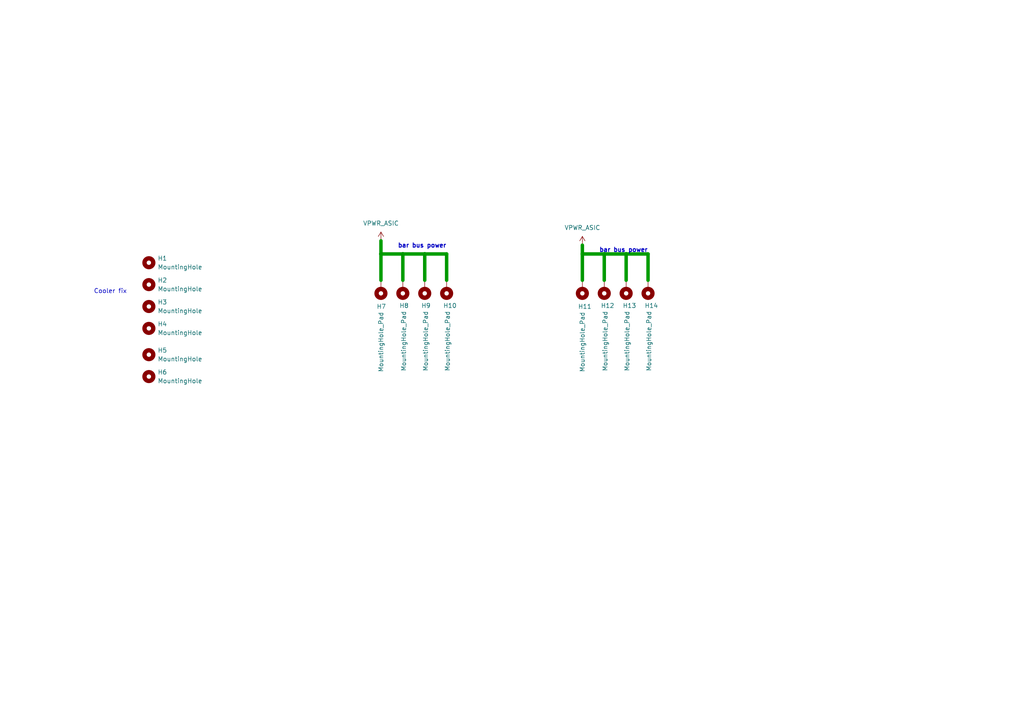
<source format=kicad_sch>
(kicad_sch (version 20231120) (generator "eeschema") (generator_version "8.0")
  (paper "A4")
  (lib_symbols
    (symbol "Mechanical:MountingHole" (pin_names (offset 1.016))
      (property "Reference" "H" (at 0 5.08 0))
      (property "Value" "MountingHole" (at 0 3.175 0))
      (symbol "MountingHole_0_1"
        (circle (center 0 0) (radius 1.27) (stroke (width 1.27)))
      )
    )
    (symbol "Mechanical:MountingHole_Pad" (pin_numbers hide) (pin_names (offset 1.016) hide) (exclude_from_sim yes) (in_bom no)
      (property "Reference" "H" (at 0 6.35 0))
      (property "Value" "MountingHole_Pad" (at 0 4.445 0))
      (symbol "MountingHole_Pad_0_1"
        (circle (center 0 1.27) (radius 1.27) (stroke (width 1.27)))
      )
      (symbol "MountingHole_Pad_1_1"
        (pin input line (at 0 -2.54 90) (length 2.54) (name "1") (number "1"))
      )
    )
    (symbol "power:VDD" (power) (pin_numbers hide) (pin_names (offset 0) hide)
      (property "Value" "VDD" (at 0 3.556 0))
      (symbol "VDD_0_1"
        (polyline (pts (xy -0.762 1.27) (xy 0 2.54)))
        (polyline (pts (xy 0 0) (xy 0 2.54)))
        (polyline (pts (xy 0 2.54) (xy 0.762 1.27)))
      )
      (symbol "VDD_1_1"
        (pin power_in line (at 0 0 90) (length 0) (name "~") (number "1"))
      )
    )
  )
  (junction (at 116.84 73.66))
  (junction (at 123.19 73.66))
  (junction (at 181.61 73.66))
  (junction (at 168.91 73.66))
  (junction (at 110.49 73.66))
  (junction (at 175.26 73.66))
  (wire (pts (xy 123.19 73.66) (xy 129.54 73.66)) (stroke (width 1)))
  (wire (pts (xy 123.19 81.28) (xy 123.19 73.66)) (stroke (width 1)))
  (wire (pts (xy 110.49 73.66) (xy 116.84 73.66)) (stroke (width 1)))
  (wire (pts (xy 129.54 81.28) (xy 129.54 73.66)) (stroke (width 1)))
  (wire (pts (xy 116.84 81.28) (xy 116.84 73.66)) (stroke (width 1)))
  (wire (pts (xy 110.49 73.66) (xy 110.49 81.28)) (stroke (width 1)))
  (wire (pts (xy 175.26 73.66) (xy 168.91 73.66)) (stroke (width 1)))
  (wire (pts (xy 116.84 73.66) (xy 123.19 73.66)) (stroke (width 1)))
  (wire (pts (xy 168.91 73.66) (xy 168.91 71.12)) (stroke (width 1)))
  (wire (pts (xy 181.61 81.28) (xy 181.61 73.66)) (stroke (width 1)))
  (wire (pts (xy 187.96 81.28) (xy 187.96 73.66)) (stroke (width 1)))
  (wire (pts (xy 181.61 73.66) (xy 175.26 73.66)) (stroke (width 1)))
  (wire (pts (xy 168.91 73.66) (xy 168.91 81.28)) (stroke (width 1)))
  (wire (pts (xy 175.26 81.28) (xy 175.26 73.66)) (stroke (width 1)))
  (wire (pts (xy 110.49 69.85) (xy 110.49 73.66)) (stroke (width 1)))
  (wire (pts (xy 187.96 73.66) (xy 181.61 73.66)) (stroke (width 1)))
  (text "Cooler fix" (at 32.004 84.582 0) (effects (font (size 1.27 1.27))))
  (text "bar bus power" (at 122.428 71.374 0) (effects (font (size 1.27 1.27) (thickness 0.254) (bold yes))))
  (text "bar bus power" (at 180.848 72.644 0) (effects (font (size 1.27 1.27) (thickness 0.254) (bold yes))))
  (symbol (lib_id "Mechanical:MountingHole") (at 43.18 88.9 0) (unit 1)
    (property "Reference" "H3" (at 45.72 87.6299 0) (effects (justify left)))
    (property "Value" "MountingHole" (at 45.72 90.1699 0) (effects (justify left)))
    (property "Footprint" "MountingHole:MountingHole_3.2mm_M3_ISO7380" (effects (hide yes)))
    (property "Description" "Mounting Hole without connection" (effects (hide yes)))
  )
  (symbol (lib_id "Mechanical:MountingHole_Pad") (at 116.84 83.82 180) (unit 1) (exclude_from_sim yes) (in_bom no)
    (property "Reference" "H8" (at 115.824 88.646 0) (effects (justify right)))
    (property "Value" "MountingHole_Pad" (at 117.094 107.696 90) (effects (justify right)))
    (property "Footprint" "EKO_Miner_ASIClib:SMTSO-M3-3ET" (effects (hide yes)))
    (property "Description" "Mounting Hole with connection" (effects (hide yes)))
  )
  (symbol (lib_id "Mechanical:MountingHole_Pad") (at 175.26 83.82 180) (unit 1) (exclude_from_sim yes) (in_bom no)
    (property "Reference" "H12" (at 174.244 88.646 0) (effects (justify right)))
    (property "Value" "MountingHole_Pad" (at 175.514 107.696 90) (effects (justify right)))
    (property "Footprint" "EKO_Miner_ASIClib:SMTSO-M3-3ET" (effects (hide yes)))
    (property "Description" "Mounting Hole with connection" (effects (hide yes)))
  )
  (symbol (lib_id "Mechanical:MountingHole_Pad") (at 181.61 83.82 180) (unit 1) (exclude_from_sim yes) (in_bom no)
    (property "Reference" "H13" (at 180.594 88.646 0) (effects (justify right)))
    (property "Value" "MountingHole_Pad" (at 181.864 107.696 90) (effects (justify right)))
    (property "Footprint" "EKO_Miner_ASIClib:SMTSO-M3-3ET" (effects (hide yes)))
    (property "Description" "Mounting Hole with connection" (effects (hide yes)))
  )
  (symbol (lib_id "Mechanical:MountingHole_Pad") (at 187.96 83.82 180) (unit 1) (exclude_from_sim yes) (in_bom no)
    (property "Reference" "H14" (at 186.944 88.646 0) (effects (justify right)))
    (property "Value" "MountingHole_Pad" (at 188.214 107.696 90) (effects (justify right)))
    (property "Footprint" "EKO_Miner_ASIClib:SMTSO-M3-3ET" (effects (hide yes)))
    (property "Description" "Mounting Hole with connection" (effects (hide yes)))
  )
  (symbol (lib_id "Mechanical:MountingHole_Pad") (at 110.49 83.82 180) (unit 1) (exclude_from_sim yes) (in_bom no)
    (property "Reference" "H7" (at 109.22 88.9 0) (effects (justify right)))
    (property "Value" "MountingHole_Pad" (at 110.49 107.95 90) (effects (justify right)))
    (property "Footprint" "EKO_Miner_ASIClib:SMTSO-M3-3ET" (effects (hide yes)))
    (property "Description" "Mounting Hole with connection" (effects (hide yes)))
  )
  (symbol (lib_id "power:VDD") (at 110.49 69.85 0) (unit 1)
    (property "Reference" "#PWR083" (effects (hide yes)))
    (property "Value" "VPWR_ASIC" (at 110.49 64.77 0))
    (property "Description" "Power symbol creates a global label with name \"VDD\"" (effects (hide yes)))
  )
  (symbol (lib_id "power:VDD") (at 168.91 71.12 0) (unit 1)
    (property "Reference" "#PWR084" (effects (hide yes)))
    (property "Value" "VPWR_ASIC" (at 168.91 66.04 0))
    (property "Description" "Power symbol creates a global label with name \"VDD\"" (effects (hide yes)))
  )
  (symbol (lib_id "Mechanical:MountingHole_Pad") (at 123.19 83.82 180) (unit 1) (exclude_from_sim yes) (in_bom no)
    (property "Reference" "H9" (at 122.174 88.646 0) (effects (justify right)))
    (property "Value" "MountingHole_Pad" (at 123.444 107.696 90) (effects (justify right)))
    (property "Footprint" "EKO_Miner_ASIClib:SMTSO-M3-3ET" (effects (hide yes)))
    (property "Description" "Mounting Hole with connection" (effects (hide yes)))
  )
  (symbol (lib_id "Mechanical:MountingHole") (at 43.18 95.25 0) (unit 1)
    (property "Reference" "H4" (at 45.72 93.9799 0) (effects (justify left)))
    (property "Value" "MountingHole" (at 45.72 96.5199 0) (effects (justify left)))
    (property "Footprint" "MountingHole:MountingHole_3.2mm_M3_ISO7380" (effects (hide yes)))
    (property "Description" "Mounting Hole without connection" (effects (hide yes)))
  )
  (symbol (lib_id "Mechanical:MountingHole") (at 43.18 82.55 0) (unit 1)
    (property "Reference" "H2" (at 45.72 81.2799 0) (effects (justify left)))
    (property "Value" "MountingHole" (at 45.72 83.8199 0) (effects (justify left)))
    (property "Footprint" "MountingHole:MountingHole_3.2mm_M3_ISO7380" (effects (hide yes)))
    (property "Description" "Mounting Hole without connection" (effects (hide yes)))
  )
  (symbol (lib_id "Mechanical:MountingHole") (at 43.18 76.2 0) (unit 1)
    (property "Reference" "H1" (at 45.72 74.9299 0) (effects (justify left)))
    (property "Value" "MountingHole" (at 45.72 77.4699 0) (effects (justify left)))
    (property "Footprint" "MountingHole:MountingHole_3.2mm_M3_ISO7380" (effects (hide yes)))
    (property "Description" "Mounting Hole without connection" (effects (hide yes)))
  )
  (symbol (lib_id "Mechanical:MountingHole") (at 43.18 109.22 0) (unit 1)
    (property "Reference" "H6" (at 45.72 107.9499 0) (effects (justify left)))
    (property "Value" "MountingHole" (at 45.72 110.4899 0) (effects (justify left)))
    (property "Footprint" "MountingHole:MountingHole_3.2mm_M3_ISO7380" (effects (hide yes)))
    (property "Description" "Mounting Hole without connection" (effects (hide yes)))
  )
  (symbol (lib_id "Mechanical:MountingHole_Pad") (at 168.91 83.82 180) (unit 1) (exclude_from_sim yes) (in_bom no)
    (property "Reference" "H11" (at 167.64 88.9 0) (effects (justify right)))
    (property "Value" "MountingHole_Pad" (at 168.91 107.95 90) (effects (justify right)))
    (property "Footprint" "EKO_Miner_ASIClib:SMTSO-M3-3ET" (effects (hide yes)))
    (property "Description" "Mounting Hole with connection" (effects (hide yes)))
  )
  (symbol (lib_id "Mechanical:MountingHole") (at 43.18 102.87 0) (unit 1)
    (property "Reference" "H5" (at 45.72 101.5999 0) (effects (justify left)))
    (property "Value" "MountingHole" (at 45.72 104.1399 0) (effects (justify left)))
    (property "Footprint" "MountingHole:MountingHole_3.2mm_M3_ISO7380" (effects (hide yes)))
    (property "Description" "Mounting Hole without connection" (effects (hide yes)))
  )
  (symbol (lib_id "Mechanical:MountingHole_Pad") (at 129.54 83.82 180) (unit 1) (exclude_from_sim yes) (in_bom no)
    (property "Reference" "H10" (at 128.524 88.646 0) (effects (justify right)))
    (property "Value" "MountingHole_Pad" (at 129.794 107.696 90) (effects (justify right)))
    (property "Footprint" "EKO_Miner_ASIClib:SMTSO-M3-3ET" (effects (hide yes)))
    (property "Description" "Mounting Hole with connection" (effects (hide yes)))
  )
)
</source>
